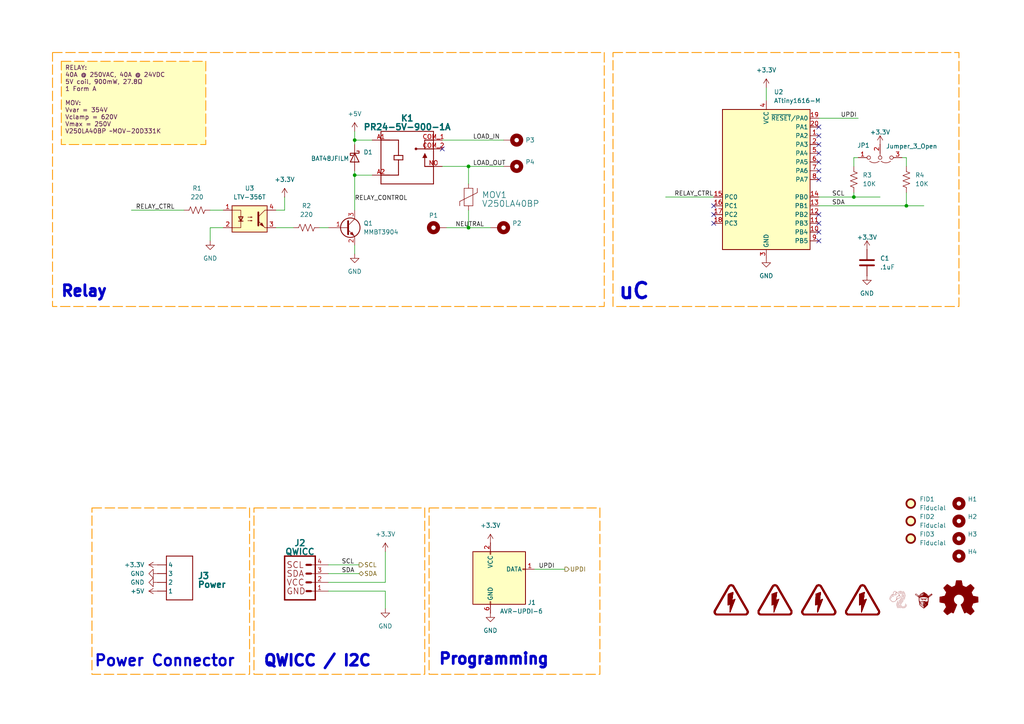
<source format=kicad_sch>
(kicad_sch (version 20250114) (generator "eeschema") (generator_version "9.0")
  (paper "A4")
  (title_block (title "Relay Module") (date "2025-03-22") (rev "1.0") (company "CRG Makes") (comment 1 "Aquarius"))
  (lib_symbols
    (symbol "CRG Makes:MOV20D331K"
      (property "Reference" "MOV" (at -2.794 -2.54 90))
      (symbol "MOV20D331K_1_0"
        (pin bidirectional line (at 0 3.81 270) (length 1.27) (name "P$1") (number "P$1"))
        (pin bidirectional line (at 0 -3.81 90) (length 1.27) (name "P$2") (number "P$2"))
      )
    )
    (symbol "CRG Makes:PR24-5V-900-1A"
      (property "Reference" "K" (at -7.62 8.382 0))
      (symbol "PR24-5V-900-1A_1_0"
        (pin passive line (at -10.16 5.08 0) (length 5.08) (name "COIL1") (number "A1"))
        (pin passive line (at -10.16 -5.08 0) (length 5.08) (name "COIL2") (number "A2"))
        (pin passive line (at 10.16 5.08 180) (length 5.08) (name "COM1") (number "COM_1"))
        (pin passive line (at 10.16 2.54 180) (length 5.08) (name "COM2") (number "COM_2"))
        (pin passive line (at 10.16 -2.54 180) (length 5.08) (name "NO") (number "NO"))
      )
    )
    (symbol "CRGM Connector:JST-SH-4"
      (property "Reference" "J" (at 0 2.794 0))
      (symbol "JST-SH-4_1_0"
        (pin passive line (at -2.54 0 0) (length 2.54) (name "4") (number "4"))
        (pin passive line (at -2.54 -2.54 0) (length 2.54) (name "3") (number "3"))
        (pin passive line (at -2.54 -5.08 0) (length 2.54) (name "2") (number "2"))
        (pin passive line (at -2.54 -7.62 0) (length 2.54) (name "1") (number "1"))
      )
    )
    (symbol "CRGM Connector:QWIIC"
      (property "Reference" "J" (at 0 0.254 0))
      (symbol "QWIIC_1_0"
        (text "SCL" (at 0.508 -2.54 0) (effects (font (size 1.778 1.778)) (justify left)))
        (text "SDA" (at 0.508 -5.08 0) (effects (font (size 1.778 1.778)) (justify left)))
        (text "VCC" (at 0.508 -7.62 0) (effects (font (size 1.778 1.778)) (justify left)))
        (text "GND" (at 0.508 -10.16 0) (effects (font (size 1.778 1.778)) (justify left)))
        (pin passive line (at 12.7 -2.54 180) (length 5.08) (name "4") (number "4"))
        (pin passive line (at 12.7 -5.08 180) (length 5.08) (name "3") (number "3"))
        (pin power_in line (at 12.7 -7.62 180) (length 5.08) (name "2") (number "2"))
        (pin power_in line (at 12.7 -10.16 180) (length 5.08) (name "1") (number "1"))
      )
    )
    (symbol "CRGM Logos:Aquarius Logo")
    (symbol "CRGM Logos:FNWW Face")
    (symbol "CRGM Symbols:High Voltage")
    (symbol "Connector:AVR-UPDI-6" (pin_names (offset 1.016))
      (property "Reference" "J" (at -6.35 8.89 0))
      (property "Value" "AVR-UPDI-6" (at 0 8.89 0))
      (symbol "AVR-UPDI-6_1_1"
        (pin passive line (at -2.54 10.16 270) (length 2.54) (name "VCC") (number "2"))
        (pin passive line (at -2.54 -10.16 90) (length 2.54) (name "GND") (number "6"))
        (pin no_connect line (at 7.62 0 180) (length 2.54) (hide yes) (name "NC") (number "3"))
        (pin no_connect line (at 7.62 -2.54 180) (length 2.54) (hide yes) (name "NC") (number "4"))
        (pin no_connect line (at 7.62 -5.08 180) (length 2.54) (hide yes) (name "NC") (number "5"))
        (pin passive line (at 10.16 2.54 180) (length 2.54) (name "DATA") (number "1"))
      )
    )
    (symbol "Device:C" (pin_numbers (hide yes)) (pin_names (offset 0.254))
      (property "Reference" "C" (at 0.635 2.54 0))
      (property "Value" "C" (at 0.635 -2.54 0))
      (symbol "C_1_1"
        (pin passive line (at 0 3.81 270) (length 2.794) (name "~") (number "1"))
        (pin passive line (at 0 -3.81 90) (length 2.794) (name "~") (number "2"))
      )
    )
    (symbol "Device:R_US" (pin_numbers (hide yes)) (pin_names (offset 0))
      (property "Reference" "R" (at 2.54 0 90))
      (property "Value" "R_US" (at -2.54 0 90))
      (symbol "R_US_1_1"
        (pin passive line (at 0 3.81 270) (length 1.27) (name "~") (number "1"))
        (pin passive line (at 0 -3.81 90) (length 1.27) (name "~") (number "2"))
      )
    )
    (symbol "Diode:BAT48JFILM" (pin_numbers (hide yes)) (pin_names (offset 1.016) (hide yes))
      (property "Reference" "D" (at 0 2.54 0))
      (property "Value" "BAT48JFILM" (at 0 -2.54 0))
      (symbol "BAT48JFILM_1_1"
        (pin passive line (at -3.81 0 0) (length 2.54) (name "K") (number "1"))
        (pin passive line (at 3.81 0 180) (length 2.54) (name "A") (number "2"))
      )
    )
    (symbol "Graphic:Logo_Open_Hardware_Small" (in_bom no) (on_board no))
    (symbol "Isolator:LTV-356T" (pin_names (offset 1.016))
      (property "Reference" "U" (at -5.334 4.826 0))
      (property "Value" "LTV-356T" (at 0 5.08 0))
      (symbol "LTV-356T_1_1"
        (pin passive line (at -7.62 2.54 0) (length 2.54) (name "~") (number "1"))
        (pin passive line (at -7.62 -2.54 0) (length 2.54) (name "~") (number "2"))
        (pin passive line (at 7.62 2.54 180) (length 2.54) (name "~") (number "4"))
        (pin passive line (at 7.62 -2.54 180) (length 2.54) (name "~") (number "3"))
      )
    )
    (symbol "Jumper:Jumper_3_Open" (pin_names (offset 0) (hide yes)) (exclude_from_sim yes) (in_bom no)
      (property "Reference" "JP" (at -2.54 -2.54 0))
      (property "Value" "Jumper_3_Open" (at 0 2.794 0))
      (symbol "Jumper_3_Open_1_1"
        (pin passive line (at -6.35 0 0) (length 2.54) (name "A") (number "1"))
        (pin passive line (at 0 -3.81 90) (length 2.54) (name "C") (number "2"))
        (pin passive line (at 6.35 0 180) (length 2.54) (name "B") (number "3"))
      )
    )
    (symbol "MCU_Microchip_ATtiny:ATtiny1616-M"
      (property "Reference" "U" (at -12.7 21.59 0))
      (property "Value" "ATtiny1616-M" (at 2.54 -21.59 0))
      (symbol "ATtiny1616-M_1_1"
        (pin bidirectional line (at -15.24 -5.08 0) (length 2.54) (name "PC0") (number "15"))
        (pin bidirectional line (at -15.24 -7.62 0) (length 2.54) (name "PC1") (number "16"))
        (pin bidirectional line (at -15.24 -10.16 0) (length 2.54) (name "PC2") (number "17"))
        (pin bidirectional line (at -15.24 -12.7 0) (length 2.54) (name "PC3") (number "18"))
        (pin power_in line (at 0 22.86 270) (length 2.54) (name "VCC") (number "4"))
        (pin passive line (at 0 -22.86 90) (length 2.54) (hide yes) (name "GND") (number "21"))
        (pin power_in line (at 0 -22.86 90) (length 2.54) (name "GND") (number "3"))
        (pin bidirectional line (at 15.24 17.78 180) (length 2.54) (name "~{RESET}/PA0") (number "19"))
        (pin bidirectional line (at 15.24 15.24 180) (length 2.54) (name "PA1") (number "20"))
        (pin bidirectional line (at 15.24 12.7 180) (length 2.54) (name "PA2") (number "1"))
        (pin bidirectional line (at 15.24 10.16 180) (length 2.54) (name "PA3") (number "2"))
        (pin bidirectional line (at 15.24 7.62 180) (length 2.54) (name "PA4") (number "5"))
        (pin bidirectional line (at 15.24 5.08 180) (length 2.54) (name "PA5") (number "6"))
        (pin bidirectional line (at 15.24 2.54 180) (length 2.54) (name "PA6") (number "7"))
        (pin bidirectional line (at 15.24 0 180) (length 2.54) (name "PA7") (number "8"))
        (pin bidirectional line (at 15.24 -5.08 180) (length 2.54) (name "PB0") (number "14"))
        (pin bidirectional line (at 15.24 -7.62 180) (length 2.54) (name "PB1") (number "13"))
        (pin bidirectional line (at 15.24 -10.16 180) (length 2.54) (name "PB2") (number "12"))
        (pin bidirectional line (at 15.24 -12.7 180) (length 2.54) (name "PB3") (number "11"))
        (pin bidirectional line (at 15.24 -15.24 180) (length 2.54) (name "PB4") (number "10"))
        (pin bidirectional line (at 15.24 -17.78 180) (length 2.54) (name "PB5") (number "9"))
      )
    )
    (symbol "Mechanical:Fiducial" (exclude_from_sim yes) (in_bom no)
      (property "Reference" "FID" (at 0 5.08 0))
      (property "Value" "Fiducial" (at 0 3.175 0))
    )
    (symbol "Mechanical:MountingHole" (pin_names (offset 1.016)) (exclude_from_sim yes) (in_bom no)
      (property "Reference" "H" (at 0 5.08 0))
      (property "Value" "MountingHole" (at 0 3.175 0))
    )
    (symbol "Mechanical:MountingHole_Pad" (pin_numbers (hide yes)) (pin_names (offset 1.016) (hide yes)) (exclude_from_sim yes) (in_bom no)
      (property "Reference" "H" (at 0 6.35 0))
      (property "Value" "MountingHole_Pad" (at 0 4.445 0))
      (symbol "MountingHole_Pad_1_1"
        (pin input line (at 0 -2.54 90) (length 2.54) (name "1") (number "1"))
      )
    )
    (symbol "Transistor_BJT:MMBT3904" (pin_names (offset 0) (hide yes))
      (property "Reference" "Q" (at 5.08 1.905 0))
      (property "Value" "MMBT3904" (at 5.08 0 0))
      (symbol "MMBT3904_1_1"
        (pin input line (at -5.08 0 0) (length 5.715) (name "B") (number "1"))
        (pin passive line (at 2.54 5.08 270) (length 2.54) (name "C") (number "3"))
        (pin passive line (at 2.54 -5.08 90) (length 2.54) (name "E") (number "2"))
      )
    )
    (symbol "power:+3.3V" (power) (pin_numbers (hide yes)) (pin_names (offset 0) (hide yes))
      (property "Value" "+3.3V" (at 0 3.556 0))
      (symbol "+3.3V_1_1"
        (pin power_in line (at 0 0 90) (length 0) (name "~") (number "1"))
      )
    )
    (symbol "power:+5V" (power) (pin_numbers (hide yes)) (pin_names (offset 0) (hide yes))
      (property "Value" "+5V" (at 0 3.556 0))
      (symbol "+5V_1_1"
        (pin power_in line (at 0 0 90) (length 0) (name "~") (number "1"))
      )
    )
    (symbol "power:GND" (power) (pin_numbers (hide yes)) (pin_names (offset 0) (hide yes))
      (property "Value" "GND" (at 0 -3.81 0))
      (symbol "GND_1_1"
        (pin power_in line (at 0 0 270) (length 0) (name "~") (number "1"))
      )
    )
  )
  (rectangle (start 26.67 147.32) (end 72.39 195.58) (stroke (width 0.254) (type dash) (color 255 153 0 1)))
  (rectangle (start 15.24 15.24) (end 175.26 88.9) (stroke (width 0.254) (type dash) (color 255 153 0 1)))
  (rectangle (start 124.46 147.32) (end 173.99 195.58) (stroke (width 0.254) (type dash) (color 255 153 0 1)))
  (rectangle (start 73.66 147.32) (end 123.19 195.58) (stroke (width 0.254) (type dash) (color 255 153 0 1)))
  (rectangle (start 177.8 15.24) (end 278.13 88.9) (stroke (width 0.254) (type dash) (color 255 153 0 1)))
  (text "Programming" (at 127 191.262 0) (effects (font (size 3.175 3.175) (thickness 0.889) (bold yes)) (justify left)))
  (text "Power Connector" (at 27.178 191.77 0) (effects (font (size 3.175 3.175) (thickness 0.635) (bold yes)) (justify left)))
  (text "Relay" (at 24.384 84.582 0) (effects (font (size 3.175 3.175) (thickness 0.889) (bold yes))))
  (text "uC" (at 179.07 84.582 0) (effects (font (size 4.445 4.445) (thickness 0.889) (bold yes)) (justify left)))
  (text "QWICC / I2C\n" (at 76.2 191.77 0) (effects (font (size 3.175 3.175) (thickness 0.889) (bold yes)) (justify left)))
  (text_box "RELAY:\n40A @ 250VAC, 40A @ 24VDC\n5V coil, 900mW, 27.8Ω\n1 Form A\n\nMOV:\nVvar = 354V\nVclamp = 620V\nVmax = 250V\nV250LA40BP ~MOV-20D331K\n" (at 17.78 17.78 0) (size 41.91 24.13) (margins 1.0795 1.0795 1.0795 1.0795) (stroke (width 0.254) (type dash) (color 255 153 0 1)) (fill (type color) (color 255 255 194 1)) (effects (font (size 1.27 1.27) (thickness 0.1588)) (justify left top)))
  (junction (at 102.87 50.8))
  (junction (at 102.87 40.64))
  (junction (at 135.89 66.04))
  (junction (at 247.65 57.15))
  (junction (at 135.89 48.26))
  (junction (at 262.89 59.69))
  (no_connect (at 128.27 43.18))
  (no_connect (at 237.49 62.23))
  (no_connect (at 237.49 64.77))
  (no_connect (at 207.01 62.23))
  (no_connect (at 237.49 49.53))
  (no_connect (at 237.49 44.45))
  (no_connect (at 237.49 52.07))
  (no_connect (at 237.49 39.37))
  (no_connect (at 237.49 46.99))
  (no_connect (at 237.49 36.83))
  (no_connect (at 237.49 41.91))
  (no_connect (at 237.49 67.31))
  (no_connect (at 207.01 64.77))
  (no_connect (at 237.49 69.85))
  (no_connect (at 207.01 59.69))
  (wire (pts (xy 102.87 38.1) (xy 102.87 40.64)))
  (wire (pts (xy 135.89 48.26) (xy 135.89 53.34)))
  (wire (pts (xy 102.87 40.64) (xy 102.87 41.91)))
  (wire (pts (xy 237.49 34.29) (xy 248.92 34.29)))
  (wire (pts (xy 80.01 60.96) (xy 82.55 60.96)))
  (wire (pts (xy 135.89 60.96) (xy 135.89 66.04)))
  (wire (pts (xy 154.94 165.1) (xy 163.83 165.1)))
  (wire (pts (xy 247.65 57.15) (xy 247.65 55.88)))
  (wire (pts (xy 193.04 57.15) (xy 207.01 57.15)))
  (wire (pts (xy 107.95 40.64) (xy 102.87 40.64)))
  (wire (pts (xy 262.89 55.88) (xy 262.89 59.69)))
  (wire (pts (xy 102.87 50.8) (xy 102.87 60.96)))
  (wire (pts (xy 80.01 66.04) (xy 85.09 66.04)))
  (wire (pts (xy 107.95 50.8) (xy 102.87 50.8)))
  (wire (pts (xy 247.65 45.72) (xy 247.65 48.26)))
  (wire (pts (xy 129.54 66.04) (xy 135.89 66.04)))
  (wire (pts (xy 128.27 48.26) (xy 135.89 48.26)))
  (wire (pts (xy 95.25 166.37) (xy 104.14 166.37)))
  (wire (pts (xy 237.49 57.15) (xy 247.65 57.15)))
  (wire (pts (xy 82.55 60.96) (xy 82.55 57.15)))
  (wire (pts (xy 111.76 160.02) (xy 111.76 168.91)))
  (wire (pts (xy 261.62 45.72) (xy 262.89 45.72)))
  (wire (pts (xy 128.27 40.64) (xy 146.05 40.64)))
  (wire (pts (xy 222.25 25.4) (xy 222.25 29.21)))
  (wire (pts (xy 60.96 60.96) (xy 64.77 60.96)))
  (wire (pts (xy 92.71 66.04) (xy 95.25 66.04)))
  (wire (pts (xy 60.96 66.04) (xy 60.96 69.85)))
  (wire (pts (xy 64.77 66.04) (xy 60.96 66.04)))
  (wire (pts (xy 247.65 57.15) (xy 255.27 57.15)))
  (wire (pts (xy 237.49 59.69) (xy 262.89 59.69)))
  (wire (pts (xy 38.1 60.96) (xy 53.34 60.96)))
  (wire (pts (xy 95.25 163.83) (xy 104.14 163.83)))
  (wire (pts (xy 262.89 59.69) (xy 267.97 59.69)))
  (wire (pts (xy 102.87 49.53) (xy 102.87 50.8)))
  (wire (pts (xy 95.25 168.91) (xy 111.76 168.91)))
  (wire (pts (xy 111.76 171.45) (xy 111.76 176.53)))
  (wire (pts (xy 102.87 71.12) (xy 102.87 73.66)))
  (wire (pts (xy 248.92 45.72) (xy 247.65 45.72)))
  (wire (pts (xy 135.89 66.04) (xy 142.24 66.04)))
  (wire (pts (xy 135.89 48.26) (xy 146.05 48.26)))
  (wire (pts (xy 95.25 171.45) (xy 111.76 171.45)))
  (wire (pts (xy 262.89 45.72) (xy 262.89 48.26)))
  (label "LOAD_OUT" (at 137.16 48.26 0))
  (label "SDA" (at 99.06 166.37 0))
  (label "UPDI" (at 156.21 165.1 0))
  (label "SCL" (at 99.06 163.83 0))
  (label "SCL" (at 241.3 57.15 0))
  (label "RELAY_CTRL" (at 195.58 57.15 0))
  (label "SDA" (at 241.3 59.69 0))
  (label "NEUTRAL" (at 132.08 66.04 0))
  (label "RELAY_CTRL" (at 39.37 60.96 0))
  (label "LOAD_IN" (at 137.16 40.64 0))
  (label "RELAY_CONTROL" (at 102.87 58.42 0))
  (label "UPDI" (at 243.84 34.29 0))
  (hierarchical_label "UPDI" (shape output) (at 163.83 165.1 0))
  (hierarchical_label "SCL" (shape output) (at 104.14 163.83 0))
  (hierarchical_label "SDA" (shape bidirectional) (at 104.14 166.37 0))
  (symbol (lib_id "Mechanical:MountingHole") (at 278.13 146.05 0) (unit 1) (in_bom no)
    (property "Reference" "H1" (at 280.67 144.7799 0) (effects (justify left)))
    (property "Value" "MountingHole" (effects (hide yes)))
    (property "Footprint" "CRGM Mechanical:MountingHole_3.2mm_M3_Pad_Via" (effects (hide yes)))
    (property "Description" "Mounting Hole without connection" (effects (hide yes)))
  )
  (symbol (lib_id "CRGM Symbols:High Voltage") (at 212.09 173.99 0) (unit 1) (in_bom no)
    (property "Reference" "S3" (effects (hide yes)))
    (property "Footprint" "CRGM Symbols:HIGH-VOLTAGE-5MM" (effects (hide yes)))
  )
  (symbol (lib_id "power:GND") (at 45.72 168.91 270) (unit 1)
    (property "Reference" "#PWR016" (effects (hide yes)))
    (property "Value" "GND" (at 41.91 168.9099 90) (effects (justify right)))
    (property "Description" "Power symbol creates a global label with name \"GND\" , ground" (effects (hide yes)))
  )
  (symbol (lib_id "CRGM Logos:Aquarius Logo") (at 260.35 176.53 0) (unit 1) (in_bom no)
    (property "Reference" "LOGO1" (effects (hide yes)))
    (property "Footprint" "CRGM Logos:Aquarius Logo 10mm" (effects (hide yes)))
  )
  (symbol (lib_id "Mechanical:MountingHole_Pad") (at 148.59 40.64 270) (unit 1) (in_bom no)
    (property "Reference" "P3" (at 152.4 40.6399 90) (effects (justify left)))
    (property "Value" "MountingHole_Pad" (effects (hide yes)))
    (property "Footprint" "MountingHole:MountingHole_3.2mm_M3_ISO14580_Pad" (effects (hide yes)))
    (property "Description" "Mounting Hole with connection" (effects (hide yes)))
  )
  (symbol (lib_id "power:+5V") (at 45.72 171.45 90) (unit 1)
    (property "Reference" "#PWR017" (effects (hide yes)))
    (property "Value" "+5V" (at 41.91 171.4499 90) (effects (justify left)))
    (property "Description" "Power symbol creates a global label with name \"+5V\"" (effects (hide yes)))
  )
  (symbol (lib_id "power:GND") (at 111.76 176.53 0) (unit 1)
    (property "Reference" "#PWR08" (effects (hide yes)))
    (property "Value" "GND" (at 111.76 181.61 0))
    (property "Description" "Power symbol creates a global label with name \"GND\" , ground" (effects (hide yes)))
  )
  (symbol (lib_id "CRG Makes:PR24-5V-900-1A") (at 118.11 45.72 0) (unit 1)
    (property "Reference" "K1" (at 118.11 34.29 0) (effects (font (size 1.778 1.778) (thickness 0.3556) (bold yes))))
    (property "Value" "PR24-5V-900-1A" (at 118.11 36.83 0) (effects (font (size 1.778 1.778) (thickness 0.3556) (bold yes))))
    (property "Footprint" "CRG Makes:RELAY_PR24-5V-900-1A" (effects (hide yes)))
    (property "Datasheet" "https://wmsc.lcsc.com/wmsc/upload/file/pdf/v2/lcsc/2312271407_CUI-PR24-5V-900-1A_C7029760.pdf" (effects (hide yes)))
    (property "Description" "Power relay, 40A, Normally Open\n\nhttps://www.mouser.com/ProductDetail/179-PR24-5V-900-1A\nhttps://jlcpcb.com/partdetail/Cui-PR24_5V_9001A/C7029760" (effects (hide yes)))
    (property "LCSC_PN" "C7029760" (effects (hide yes)))
  )
  (symbol (lib_id "power:GND") (at 45.72 166.37 270) (unit 1)
    (property "Reference" "#PWR015" (effects (hide yes)))
    (property "Value" "GND" (at 41.91 166.3699 90) (effects (justify right)))
    (property "Description" "Power symbol creates a global label with name \"GND\" , ground" (effects (hide yes)))
  )
  (symbol (lib_id "power:+3.3V") (at 111.76 160.02 0) (unit 1)
    (property "Reference" "#PWR010" (effects (hide yes)))
    (property "Value" "+3.3V" (at 111.76 154.94 0))
    (property "Description" "Power symbol creates a global label with name \"+3.3V\"" (effects (hide yes)))
  )
  (symbol (lib_id "power:GND") (at 60.96 69.85 0) (unit 1)
    (property "Reference" "#PWR02" (effects (hide yes)))
    (property "Value" "GND" (at 60.96 74.93 0))
    (property "Description" "Power symbol creates a global label with name \"GND\" , ground" (effects (hide yes)))
  )
  (symbol (lib_id "Isolator:LTV-356T") (at 72.39 63.5 0) (unit 1)
    (property "Reference" "U3" (at 72.39 54.61 0))
    (property "Value" "LTV-356T" (at 72.39 57.15 0))
    (property "Footprint" "Package_SO:SO-4_4.4x3.6mm_P2.54mm" (effects (hide yes)))
    (property "Datasheet" "http://optoelectronics.liteon.com/upload/download/DS70-2001-010/S_110_LTV-356T%2020140520.pdf" (effects (hide yes)))
    (property "Description" "DC Optocoupler, Vce 80V, CTR 50%, SO-4" (effects (hide yes)))
  )
  (symbol (lib_id "CRGM Symbols:High Voltage") (at 237.49 173.99 0) (unit 1) (in_bom no)
    (property "Reference" "S2" (effects (hide yes)))
    (property "Footprint" "CRGM Symbols:HIGH-VOLTAGE-5MM" (effects (hide yes)))
  )
  (symbol (lib_id "CRG Makes:MOV20D331K") (at 135.89 57.15 0) (unit 1) (in_bom no)
    (property "Reference" "MOV1" (at 139.7 56.5149 0) (effects (font (size 1.778 1.778)) (justify left)))
    (property "Value" "V250LA40BP" (at 139.7 59.055 0) (effects (font (size 1.778 1.778)) (justify left)))
    (property "Footprint" "CRG Makes:V250LA40BP" (effects (hide yes)))
    (property "Datasheet" "https://wmsc.lcsc.com/wmsc/upload/file/pdf/v2/lcsc/2304140030_Littelfuse-V250LA40BP_C1527448.pdf" (effects (hide yes)))
    (property "Description" "Metal Oxide Varistor\nMOV-20D331K https://jlcpcb.com/partdetail/Bourns-MOV20D331K/C1528488" (effects (hide yes)))
    (property "LCSC_PN" "C1527448" (effects (hide yes)))
  )
  (symbol (lib_id "MCU_Microchip_ATtiny:ATtiny1616-M") (at 222.25 52.07 0) (unit 1)
    (property "Reference" "U2" (at 224.4441 26.67 0) (effects (justify left)))
    (property "Value" "ATtiny1616-M" (at 224.4441 29.21 0) (effects (justify left)))
    (property "Footprint" "Package_DFN_QFN:VQFN-20-1EP_3x3mm_P0.4mm_EP1.7x1.7mm" (effects (hide yes)))
    (property "Datasheet" "http://ww1.microchip.com/downloads/en/DeviceDoc/ATtiny3216_ATtiny1616-data-sheet-40001997B.pdf" (effects (hide yes)))
    (property "Description" "20MHz, 16kB Flash, 2kB SRAM, 256B EEPROM, VQFN-20" (effects (hide yes)))
    (property "LCSC_PN" "C507118" (effects (hide yes)))
  )
  (symbol (lib_id "Mechanical:Fiducial") (at 264.16 156.21 0) (unit 1) (in_bom no)
    (property "Reference" "FID3" (at 266.7 154.9399 0) (effects (justify left)))
    (property "Value" "Fiducial" (at 266.7 157.4799 0) (effects (justify left)))
    (property "Footprint" "Fiducial:Fiducial_0.75mm_Mask1.5mm" (effects (hide yes)))
    (property "Description" "Fiducial Marker" (effects (hide yes)))
  )
  (symbol (lib_id "Connector:AVR-UPDI-6") (at 144.78 167.64 0) (unit 1)
    (property "Reference" "J1" (at 155.448 174.752 0) (effects (justify right)))
    (property "Value" "AVR-UPDI-6" (at 157.48 177.292 0) (effects (justify right)))
    (property "Footprint" "Connector_PinHeader_2.54mm:PinHeader_2x03_P2.54mm_Vertical" (effects (hide yes)))
    (property "Datasheet" "https://www.microchip.com/webdoc/GUID-9D10622A-5C16-4405-B092-1BDD437B4976/index.html?GUID-9B349315-2842-4189-B88C-49F4E1055D7F" (effects (hide yes)))
    (property "Description" "Atmel 6-pin UPDI connector" (effects (hide yes)))
  )
  (symbol (lib_id "Mechanical:MountingHole") (at 278.13 156.21 0) (unit 1) (in_bom no)
    (property "Reference" "H3" (at 280.67 154.9399 0) (effects (justify left)))
    (property "Value" "MountingHole" (effects (hide yes)))
    (property "Footprint" "CRGM Mechanical:MountingHole_3.2mm_M3_Pad_Via" (effects (hide yes)))
    (property "Description" "Mounting Hole without connection" (effects (hide yes)))
  )
  (symbol (lib_id "Mechanical:Fiducial") (at 264.16 146.05 0) (unit 1) (in_bom no)
    (property "Reference" "FID1" (at 266.7 144.7799 0) (effects (justify left)))
    (property "Value" "Fiducial" (at 266.7 147.3199 0) (effects (justify left)))
    (property "Footprint" "Fiducial:Fiducial_0.75mm_Mask1.5mm" (effects (hide yes)))
    (property "Description" "Fiducial Marker" (effects (hide yes)))
  )
  (symbol (lib_id "Graphic:Logo_Open_Hardware_Small") (at 278.13 173.99 0) (unit 1) (in_bom no)
    (property "Reference" "LOGO5" (effects (hide yes)))
    (property "Value" "Logo_Open_Hardware_Small" (effects (hide yes)))
    (property "Footprint" "Symbol:OSHW-Logo_5.7x6mm_SilkScreen" (effects (hide yes)))
    (property "Description" "Open Hardware logo, small" (effects (hide yes)))
  )
  (symbol (lib_id "power:GND") (at 251.46 80.01 0) (unit 1)
    (property "Reference" "#PWR013" (effects (hide yes)))
    (property "Value" "GND" (at 251.46 85.09 0))
    (property "Description" "Power symbol creates a global label with name \"GND\" , ground" (effects (hide yes)))
  )
  (symbol (lib_id "Device:C") (at 251.46 76.2 0) (unit 1)
    (property "Reference" "C1" (at 255.27 74.9299 0) (effects (justify left)))
    (property "Value" ".1uF" (at 255.27 77.4699 0) (effects (justify left)))
    (property "Footprint" "Capacitor_SMD:C_0603_1608Metric" (effects (hide yes)))
    (property "Description" "Unpolarized capacitor" (effects (hide yes)))
    (property "LCSC_PN" "C66501" (effects (hide yes)))
    (property "MN" "Samsung" (effects (hide yes)))
    (property "MN_PN" "CL10B104KO8NNNC" (effects (hide yes)))
  )
  (symbol (lib_id "power:+3.3V") (at 82.55 57.15 0) (unit 1)
    (property "Reference" "#PWR018" (effects (hide yes)))
    (property "Value" "+3.3V" (at 82.55 52.07 0))
    (property "Description" "Power symbol creates a global label with name \"+3.3V\"" (effects (hide yes)))
  )
  (symbol (lib_id "power:+3.3V") (at 45.72 163.83 90) (unit 1)
    (property "Reference" "#PWR014" (effects (hide yes)))
    (property "Value" "+3.3V" (at 41.91 163.8299 90) (effects (justify left)))
    (property "Description" "Power symbol creates a global label with name \"+3.3V\"" (effects (hide yes)))
  )
  (symbol (lib_id "power:+3.3V") (at 222.25 25.4 0) (unit 1)
    (property "Reference" "#PWR04" (effects (hide yes)))
    (property "Value" "+3.3V" (at 222.25 20.32 0))
    (property "Description" "Power symbol creates a global label with name \"+3.3V\"" (effects (hide yes)))
  )
  (symbol (lib_id "power:GND") (at 102.87 73.66 0) (unit 1)
    (property "Reference" "#PWR09" (effects (hide yes)))
    (property "Value" "GND" (at 102.87 78.74 0))
    (property "Description" "Power symbol creates a global label with name \"GND\" , ground" (effects (hide yes)))
  )
  (symbol (lib_id "CRGM Connector:QWIIC") (at 82.55 161.29 0) (unit 1)
    (property "Reference" "J2" (at 86.995 157.48 0) (effects (font (size 1.778 1.778) (thickness 0.3556) (bold yes))))
    (property "Value" "QWICC" (at 86.995 160.02 0) (effects (font (size 1.778 1.778) (thickness 0.3556) (bold yes))))
    (property "Footprint" "Connector_JST:JST_SH_SM04B-SRSS-TB_1x04-1MP_P1.00mm_Horizontal" (effects (hide yes)))
    (property "Description" "SparkFun I2C Standard Qwiic Connector An SMD 1mm pitch JST connector makes it easy and quick (get it? Qwiic?) to connect I2C devices to each other. The Qwiic system enables fast and solderless connection between popular platforms and various sensors and actuators.\n\nWe carry 200mm, 100mm, 50mm, and breadboard friendly Qwiic cables. We also offer 10 pcs strips the SMD connectors." (effects (hide yes)))
    (property "LCSC_PN" "C2763614" (effects (hide yes)))
  )
  (symbol (lib_id "Device:R_US") (at 247.65 52.07 180) (unit 1)
    (property "Reference" "R3" (at 250.19 50.7999 0) (effects (justify right)))
    (property "Value" "10K" (at 250.19 53.3399 0) (effects (justify right)))
    (property "Footprint" "Resistor_SMD:R_0603_1608Metric" (effects (hide yes)))
    (property "Description" "Resistor, US symbol" (effects (hide yes)))
    (property "LCSC_PN" "C2930027" (effects (hide yes)))
  )
  (symbol (lib_id "Jumper:Jumper_3_Open") (at 255.27 45.72 0) (mirror x) (unit 1) (in_bom no)
    (property "Reference" "JP1" (at 250.444 42.164 0))
    (property "Value" "Jumper_3_Open" (at 264.414 42.418 0))
    (property "Footprint" "Jumper:SolderJumper-3_P1.3mm_Open_RoundedPad1.0x1.5mm_NumberLabels" (effects (hide yes)))
    (property "Description" "Jumper, 3-pole, both open" (effects (hide yes)))
  )
  (symbol (lib_id "power:+5V") (at 102.87 38.1 0) (unit 1)
    (property "Reference" "#PWR01" (effects (hide yes)))
    (property "Value" "+5V" (at 102.87 33.02 0))
    (property "Description" "Power symbol creates a global label with name \"+5V\"" (effects (hide yes)))
  )
  (symbol (lib_id "power:+3.3V") (at 255.27 41.91 0) (unit 1)
    (property "Reference" "#PWR06" (effects (hide yes)))
    (property "Value" "+3.3V" (at 255.27 38.354 0))
    (property "Description" "Power symbol creates a global label with name \"+3.3V\"" (effects (hide yes)))
  )
  (symbol (lib_id "CRGM Logos:FNWW Face") (at 267.97 176.53 0) (unit 1) (in_bom no)
    (property "Reference" "LOGO3" (effects (hide yes)))
    (property "Footprint" "CRGM Logos:FNWW Face 10mm" (effects (hide yes)))
  )
  (symbol (lib_id "power:+3.3V") (at 251.46 72.39 0) (unit 1)
    (property "Reference" "#PWR012" (effects (hide yes)))
    (property "Value" "+3.3V" (at 251.46 68.834 0))
    (property "Description" "Power symbol creates a global label with name \"+3.3V\"" (effects (hide yes)))
  )
  (symbol (lib_id "CRGM Symbols:High Voltage") (at 224.79 173.99 0) (unit 1) (in_bom no)
    (property "Reference" "S4" (effects (hide yes)))
    (property "Footprint" "CRGM Symbols:HIGH-VOLTAGE-5MM" (effects (hide yes)))
  )
  (symbol (lib_id "Device:R_US") (at 262.89 52.07 180) (unit 1)
    (property "Reference" "R4" (at 265.43 50.7999 0) (effects (justify right)))
    (property "Value" "10K" (at 265.43 53.3399 0) (effects (justify right)))
    (property "Footprint" "Resistor_SMD:R_0603_1608Metric" (effects (hide yes)))
    (property "Description" "Resistor, US symbol" (effects (hide yes)))
    (property "LCSC_PN" "C2930027" (effects (hide yes)))
  )
  (symbol (lib_id "power:GND") (at 222.25 74.93 0) (unit 1)
    (property "Reference" "#PWR05" (effects (hide yes)))
    (property "Value" "GND" (at 222.25 80.01 0))
    (property "Description" "Power symbol creates a global label with name \"GND\" , ground" (effects (hide yes)))
  )
  (symbol (lib_id "Mechanical:MountingHole") (at 278.13 151.13 0) (unit 1) (in_bom no)
    (property "Reference" "H2" (at 280.67 149.8599 0) (effects (justify left)))
    (property "Value" "MountingHole" (effects (hide yes)))
    (property "Footprint" "CRGM Mechanical:MountingHole_3.2mm_M3_Pad_Via" (effects (hide yes)))
    (property "Description" "Mounting Hole without connection" (effects (hide yes)))
  )
  (symbol (lib_id "Mechanical:MountingHole_Pad") (at 148.59 48.26 270) (unit 1) (in_bom no)
    (property "Reference" "P4" (at 152.4 46.9899 90) (effects (justify left)))
    (property "Value" "MountingHole_Pad" (effects (hide yes)))
    (property "Footprint" "MountingHole:MountingHole_3.2mm_M3_ISO14580_Pad" (effects (hide yes)))
    (property "Description" "Mounting Hole with connection" (effects (hide yes)))
  )
  (symbol (lib_id "CRGM Symbols:High Voltage") (at 250.19 173.99 0) (unit 1) (in_bom no)
    (property "Reference" "S1" (effects (hide yes)))
    (property "Footprint" "CRGM Symbols:HIGH-VOLTAGE-5MM" (effects (hide yes)))
  )
  (symbol (lib_id "Device:R_US") (at 57.15 60.96 90) (unit 1)
    (property "Reference" "R1" (at 57.15 54.61 90))
    (property "Value" "220" (at 57.15 57.15 90))
    (property "Footprint" "Resistor_SMD:R_0603_1608Metric" (effects (hide yes)))
    (property "Description" "Resistor, US symbol" (effects (hide yes)))
    (property "LCSC_PN" "C1226" (effects (hide yes)))
  )
  (symbol (lib_id "CRGM Connector:JST-SH-4") (at 48.26 163.83 0) (unit 1)
    (property "Reference" "J3" (at 57.15 167.005 0) (effects (font (size 1.778 1.778) (thickness 0.3556) (bold yes)) (justify left)))
    (property "Value" "Power" (at 57.15 169.545 0) (effects (font (size 1.778 1.778) (thickness 0.3556) (bold yes)) (justify left)))
    (property "Footprint" "Connector_JST:JST_SH_SM04B-SRSS-TB_1x04-1MP_P1.00mm_Horizontal" (effects (hide yes)))
    (property "Description" "JST SH 1.0mm 4 Position" (effects (hide yes)))
    (property "MN" "JST" (effects (hide yes)))
    (property "MPN" "SM04B-SRSS-TB" (effects (hide yes)))
    (property "LCSC" "C2763614" (effects (hide yes)))
  )
  (symbol (lib_id "Mechanical:Fiducial") (at 264.16 151.13 0) (unit 1) (in_bom no)
    (property "Reference" "FID2" (at 266.7 149.8599 0) (effects (justify left)))
    (property "Value" "Fiducial" (at 266.7 152.3999 0) (effects (justify left)))
    (property "Footprint" "Fiducial:Fiducial_0.75mm_Mask1.5mm" (effects (hide yes)))
    (property "Description" "Fiducial Marker" (effects (hide yes)))
  )
  (symbol (lib_id "Transistor_BJT:MMBT3904") (at 100.33 66.04 0) (unit 1)
    (property "Reference" "Q1" (at 105.41 64.7699 0) (effects (justify left)))
    (property "Value" "MMBT3904" (at 105.41 67.3099 0) (effects (justify left)))
    (property "Footprint" "Package_TO_SOT_SMD:SOT-23" (effects (hide yes)))
    (property "Datasheet" "https://www.onsemi.com/pdf/datasheet/pzt3904-d.pdf" (effects (hide yes)))
    (property "Description" "0.2A Ic, 40V Vce, Small Signal NPN Transistor, SOT-23" (effects (hide yes)))
    (property "LCSC_PN" "C909754" (effects (hide yes)))
  )
  (symbol (lib_id "power:GND") (at 142.24 177.8 0) (unit 1)
    (property "Reference" "#PWR011" (effects (hide yes)))
    (property "Value" "GND" (at 142.24 182.88 0))
    (property "Description" "Power symbol creates a global label with name \"GND\" , ground" (effects (hide yes)))
  )
  (symbol (lib_id "Diode:BAT48JFILM") (at 102.87 45.72 270) (unit 1)
    (property "Reference" "D1" (at 105.41 44.1324 90) (effects (justify left)))
    (property "Value" "BAT48JFILM" (at 90.17 45.974 90) (effects (justify left)))
    (property "Footprint" "Diode_SMD:D_SOD-323" (effects (hide yes)))
    (property "Datasheet" "www.st.com/resource/en/datasheet/bat48.pdf" (effects (hide yes)))
    (property "Description" "40V 0.35A Small Signal Schottky Diode, SOD-323" (effects (hide yes)))
    (property "LCSC_PN" "C155590" (effects (hide yes)))
  )
  (symbol (lib_id "Device:R_US") (at 88.9 66.04 90) (unit 1)
    (property "Reference" "R2" (at 88.9 59.69 90))
    (property "Value" "220" (at 88.9 62.23 90))
    (property "Footprint" "Resistor_SMD:R_0603_1608Metric" (effects (hide yes)))
    (property "Description" "Resistor, US symbol" (effects (hide yes)))
    (property "LCSC_PN" "C1226" (effects (hide yes)))
  )
  (symbol (lib_id "Mechanical:MountingHole") (at 278.13 161.29 0) (unit 1) (in_bom no)
    (property "Reference" "H4" (at 280.67 160.0199 0) (effects (justify left)))
    (property "Value" "MountingHole" (effects (hide yes)))
    (property "Footprint" "CRGM Mechanical:MountingHole_3.2mm_M3_Pad_Via" (effects (hide yes)))
    (property "Description" "Mounting Hole without connection" (effects (hide yes)))
  )
  (symbol (lib_id "Mechanical:MountingHole_Pad") (at 127 66.04 90) (unit 1) (in_bom no)
    (property "Reference" "P1" (at 125.73 62.484 90))
    (property "Value" "MountingHole_Pad" (effects (hide yes)))
    (property "Footprint" "MountingHole:MountingHole_3.2mm_M3_ISO14580_Pad" (effects (hide yes)))
    (property "Description" "Mounting Hole with connection" (effects (hide yes)))
  )
  (symbol (lib_id "Mechanical:MountingHole_Pad") (at 144.78 66.04 270) (unit 1) (in_bom no)
    (property "Reference" "P2" (at 148.59 64.7699 90) (effects (justify left)))
    (property "Value" "MountingHole_Pad" (effects (hide yes)))
    (property "Footprint" "MountingHole:MountingHole_3.2mm_M3_ISO14580_Pad" (effects (hide yes)))
    (property "Description" "Mounting Hole with connection" (effects (hide yes)))
  )
  (symbol (lib_id "power:+3.3V") (at 142.24 157.48 0) (unit 1)
    (property "Reference" "#PWR07" (effects (hide yes)))
    (property "Value" "+3.3V" (at 142.24 152.4 0))
    (property "Description" "Power symbol creates a global label with name \"+3.3V\"" (effects (hide yes)))
  )
)
</source>
